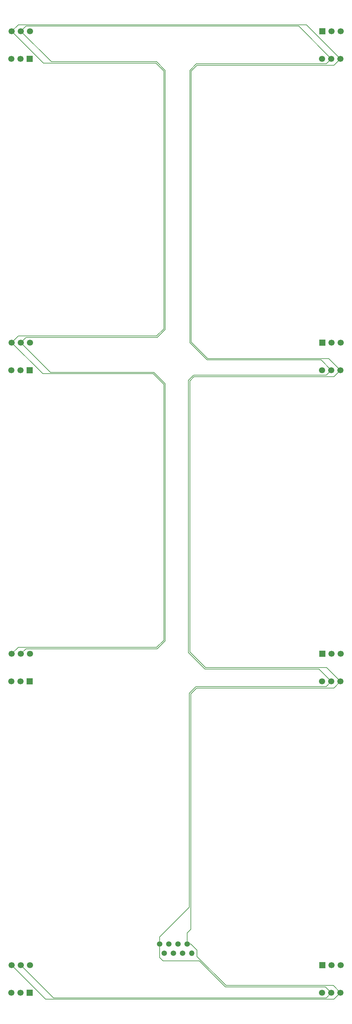
<source format=gbr>
%TF.GenerationSoftware,KiCad,Pcbnew,8.0.0*%
%TF.CreationDate,2024-05-23T14:19:23-05:00*%
%TF.ProjectId,mic_array_circuit,6d69635f-6172-4726-9179-5f6369726375,rev?*%
%TF.SameCoordinates,Original*%
%TF.FileFunction,Copper,L4,Bot*%
%TF.FilePolarity,Positive*%
%FSLAX46Y46*%
G04 Gerber Fmt 4.6, Leading zero omitted, Abs format (unit mm)*
G04 Created by KiCad (PCBNEW 8.0.0) date 2024-05-23 14:19:23*
%MOMM*%
%LPD*%
G01*
G04 APERTURE LIST*
%TA.AperFunction,ComponentPad*%
%ADD10R,1.700000X1.700000*%
%TD*%
%TA.AperFunction,ComponentPad*%
%ADD11C,1.700000*%
%TD*%
%TA.AperFunction,ComponentPad*%
%ADD12O,1.500000X1.500000*%
%TD*%
%TA.AperFunction,ComponentPad*%
%ADD13C,1.500000*%
%TD*%
%TA.AperFunction,Conductor*%
%ADD14C,0.200000*%
%TD*%
G04 APERTURE END LIST*
D10*
%TO.P,REF\u002A\u002A,1*%
%TO.N,gnd*%
X-497500000Y-89800000D03*
D11*
%TO.N,pwr*%
X-497420000Y-82200000D03*
%TO.P,REF\u002A\u002A,2*%
X-500040000Y-89800000D03*
%TO.N,ws*%
X-499960000Y-82200000D03*
%TO.P,REF\u002A\u002A,3*%
%TO.N,d1*%
X-502580000Y-89800000D03*
%TO.N,clk*%
X-502500000Y-82200000D03*
%TD*%
D10*
%TO.P,REF\u002A\u002A,1*%
%TO.N,gnd*%
X-497500000Y-3800000D03*
D11*
X-497420000Y3800000D03*
%TO.P,REF\u002A\u002A,2*%
%TO.N,pwr*%
X-500040000Y-3800000D03*
%TO.N,ws*%
X-499960000Y3800000D03*
%TO.P,REF\u002A\u002A,3*%
%TO.N,d1*%
X-502580000Y-3800000D03*
%TO.N,clk*%
X-502500000Y3800000D03*
%TD*%
D10*
%TO.P,REF\u002A\u002A,1*%
%TO.N,gnd*%
X-497500000Y-261800000D03*
D11*
%TO.N,pwr*%
X-497420000Y-254200000D03*
%TO.P,REF\u002A\u002A,2*%
X-500040000Y-261800000D03*
%TO.N,ws*%
X-499960000Y-254200000D03*
%TO.P,REF\u002A\u002A,3*%
%TO.N,d3*%
X-502580000Y-261800000D03*
%TO.N,clk*%
X-502500000Y-254200000D03*
%TD*%
D10*
%TO.P,REF\u002A\u002A,1*%
%TO.N,gnd*%
X-416500000Y-82200000D03*
D11*
%TO.N,pwr*%
X-416580000Y-89800000D03*
%TO.P,REF\u002A\u002A,2*%
X-413960000Y-82200000D03*
%TO.N,ws*%
X-414040000Y-89800000D03*
%TO.P,REF\u002A\u002A,3*%
%TO.N,d2*%
X-411420000Y-82200000D03*
%TO.N,clk*%
X-411500000Y-89800000D03*
%TD*%
D10*
%TO.P,REF\u002A\u002A,1*%
%TO.N,gnd*%
X-416500000Y-168200000D03*
D11*
X-416580000Y-175800000D03*
%TO.P,REF\u002A\u002A,2*%
%TO.N,pwr*%
X-413960000Y-168200000D03*
%TO.N,ws*%
X-414040000Y-175800000D03*
%TO.P,REF\u002A\u002A,3*%
%TO.N,d4*%
X-411420000Y-168200000D03*
%TO.N,clk*%
X-411500000Y-175800000D03*
%TD*%
D10*
%TO.P,REF\u002A\u002A,1*%
%TO.N,gnd*%
X-416500000Y-254200000D03*
D11*
%TO.N,pwr*%
X-416580000Y-261800000D03*
%TO.P,REF\u002A\u002A,2*%
X-413960000Y-254200000D03*
%TO.N,ws*%
X-414040000Y-261800000D03*
%TO.P,REF\u002A\u002A,3*%
%TO.N,d4*%
X-411420000Y-254200000D03*
%TO.N,clk*%
X-411500000Y-261800000D03*
%TD*%
D10*
%TO.P,REF\u002A\u002A,1*%
%TO.N,gnd*%
X-416500000Y3800000D03*
D11*
X-416580000Y-3800000D03*
%TO.P,REF\u002A\u002A,2*%
%TO.N,pwr*%
X-413960000Y3800000D03*
%TO.N,ws*%
X-414040000Y-3800000D03*
%TO.P,REF\u002A\u002A,3*%
%TO.N,d2*%
X-411420000Y3800000D03*
%TO.N,clk*%
X-411500000Y-3800000D03*
%TD*%
D10*
%TO.P,REF\u002A\u002A,1*%
%TO.N,gnd*%
X-497500000Y-175800000D03*
D11*
X-497420000Y-168200000D03*
%TO.P,REF\u002A\u002A,2*%
%TO.N,pwr*%
X-500040000Y-175800000D03*
%TO.N,ws*%
X-499960000Y-168200000D03*
%TO.P,REF\u002A\u002A,3*%
%TO.N,d3*%
X-502580000Y-175800000D03*
%TO.N,clk*%
X-502500000Y-168200000D03*
%TD*%
D12*
%TO.P,REF\u002A\u002A,1*%
%TO.N,d4*%
X-452670000Y-250850000D03*
D13*
%TO.P,REF\u002A\u002A,2*%
%TO.N,clk*%
X-453940000Y-248310000D03*
%TO.P,REF\u002A\u002A,3*%
%TO.N,gnd*%
X-455210000Y-250850000D03*
%TO.P,REF\u002A\u002A,4*%
%TO.N,d2*%
X-456480000Y-248310000D03*
%TO.P,REF\u002A\u002A,5*%
%TO.N,pwr*%
X-457750000Y-250850000D03*
%TO.P,REF\u002A\u002A,6*%
%TO.N,d1*%
X-459020000Y-248310000D03*
%TO.P,REF\u002A\u002A,7*%
%TO.N,d3*%
X-460290000Y-250850000D03*
%TO.P,REF\u002A\u002A,8*%
%TO.N,ws*%
X-461560000Y-248310000D03*
%TD*%
D14*
%TO.N,ws*%
X-453200000Y-82199999D02*
X-453200000Y-7000000D01*
X-453200000Y-7000000D02*
X-451400000Y-5200000D01*
X-451465685Y-177200000D02*
X-415440000Y-177200000D01*
X-463200001Y-90400000D02*
X-460000000Y-93600000D01*
X-490960000Y-263200000D02*
X-499960000Y-254200000D01*
X-414040000Y-89800000D02*
X-416840000Y-87000000D01*
X-460600000Y-253000000D02*
X-450565685Y-253000000D01*
X-415440000Y-5200000D02*
X-414040000Y-3800000D01*
X-417440000Y-172400000D02*
X-449000000Y-172400000D01*
X-449000000Y-172400000D02*
X-453600000Y-167799999D01*
X-498560000Y-80800000D02*
X-499960000Y-82200000D01*
X-451400000Y-5200000D02*
X-415440000Y-5200000D01*
X-462200000Y-166800000D02*
X-498560000Y-166800000D01*
X-416840000Y-87000000D02*
X-448400000Y-87000000D01*
X-498560000Y5200000D02*
X-499960000Y3800000D01*
X-461560000Y-248310000D02*
X-461560000Y-252040000D01*
X-461560000Y-246360000D02*
X-453350000Y-238150000D01*
X-460000000Y-93600000D02*
X-460000000Y-164600000D01*
X-443365685Y-260200000D02*
X-415640000Y-260200000D01*
X-414040000Y-3800000D02*
X-423040000Y5200000D01*
X-414040000Y-261800000D02*
X-415440000Y-263200000D01*
X-460000000Y-7000000D02*
X-460000000Y-78600000D01*
X-415440000Y-263200000D02*
X-490960000Y-263200000D01*
X-460000000Y-78600000D02*
X-462200000Y-80800000D01*
X-414040000Y-175800000D02*
X-417440000Y-172400000D01*
X-461560000Y-252040000D02*
X-460600000Y-253000000D01*
X-423040000Y5200000D02*
X-498560000Y5200000D01*
X-491560000Y-4600000D02*
X-462400000Y-4600000D01*
X-415440000Y-91200000D02*
X-414040000Y-89800000D01*
X-498560000Y-166800000D02*
X-499960000Y-168200000D01*
X-461560000Y-248310000D02*
X-461560000Y-246360000D01*
X-453600000Y-167799999D02*
X-453600000Y-92600000D01*
X-499960000Y3800000D02*
X-491560000Y-4600000D01*
X-450565685Y-253000000D02*
X-443365685Y-260200000D01*
X-453350000Y-179084314D02*
X-451465685Y-177200000D01*
X-453600000Y-92600000D02*
X-452200000Y-91200000D01*
X-453350000Y-238150000D02*
X-453350000Y-179084314D01*
X-462200000Y-80800000D02*
X-498560000Y-80800000D01*
X-415640000Y-260200000D02*
X-414040000Y-261800000D01*
X-452200000Y-91200000D02*
X-415440000Y-91200000D01*
X-491760000Y-90400000D02*
X-463200001Y-90400000D01*
X-499960000Y-82200000D02*
X-491760000Y-90400000D01*
X-462400000Y-4600000D02*
X-460000000Y-7000000D01*
X-448400000Y-87000000D02*
X-453200000Y-82199999D01*
X-415440000Y-177200000D02*
X-414040000Y-175800000D01*
X-460000000Y-164600000D02*
X-462200000Y-166800000D01*
%TO.N,clk*%
X-462365686Y-166400000D02*
X-500700000Y-166400000D01*
X-413300000Y-263600000D02*
X-493100000Y-263600000D01*
X-463365686Y-90800000D02*
X-460400000Y-93765686D01*
X-493100000Y-263600000D02*
X-502500000Y-254200000D01*
X-448834314Y-172000000D02*
X-453200000Y-167634314D01*
X-460400000Y-164434314D02*
X-462365686Y-166400000D01*
X-414700000Y-86600000D02*
X-411500000Y-89800000D01*
X-453940000Y-248310000D02*
X-453940000Y-245260000D01*
X-453940000Y-248310000D02*
X-452879340Y-248310000D01*
X-411500000Y-175800000D02*
X-415300000Y-172000000D01*
X-452800000Y-82034314D02*
X-448234314Y-86600000D01*
X-420900000Y5600000D02*
X-500700000Y5600000D01*
X-453200000Y-167634314D02*
X-453200000Y-92765686D01*
X-413300000Y-177600000D02*
X-411500000Y-175800000D01*
X-452879340Y-248310000D02*
X-451200000Y-249989340D01*
X-452950000Y-244270000D02*
X-452950000Y-179250000D01*
X-462365686Y-80400000D02*
X-500700000Y-80400000D01*
X-453200000Y-92765686D02*
X-452034314Y-91600000D01*
X-451200000Y-249989340D02*
X-451200000Y-251800000D01*
X-500700000Y-166400000D02*
X-502500000Y-168200000D01*
X-411500000Y-261800000D02*
X-413300000Y-263600000D01*
X-493900000Y-90800000D02*
X-463365686Y-90800000D01*
X-452950000Y-179250000D02*
X-451300000Y-177600000D01*
X-453940000Y-245260000D02*
X-452950000Y-244270000D01*
X-500700000Y-80400000D02*
X-502500000Y-82200000D01*
X-443200000Y-259800000D02*
X-413500000Y-259800000D01*
X-451200000Y-251800000D02*
X-443200000Y-259800000D01*
X-415300000Y-172000000D02*
X-448834314Y-172000000D01*
X-460400000Y-78434314D02*
X-462365686Y-80400000D01*
X-462565686Y-5000000D02*
X-460400000Y-7165686D01*
X-411500000Y-3800000D02*
X-413300000Y-5600000D01*
X-500700000Y5600000D02*
X-502500000Y3800000D01*
X-413500000Y-259800000D02*
X-411500000Y-261800000D01*
X-502500000Y-82200000D02*
X-493900000Y-90800000D01*
X-411500000Y-3800000D02*
X-420900000Y5600000D01*
X-448234314Y-86600000D02*
X-414700000Y-86600000D01*
X-452034314Y-91600000D02*
X-413300000Y-91600000D01*
X-460400000Y-93765686D02*
X-460400000Y-164434314D01*
X-413300000Y-5600000D02*
X-451234314Y-5600000D01*
X-502500000Y3800000D02*
X-493700000Y-5000000D01*
X-451300000Y-177600000D02*
X-413300000Y-177600000D01*
X-460400000Y-7165686D02*
X-460400000Y-78434314D01*
X-452800000Y-7165686D02*
X-452800000Y-82034314D01*
X-493700000Y-5000000D02*
X-462565686Y-5000000D01*
X-451234314Y-5600000D02*
X-452800000Y-7165686D01*
X-413300000Y-91600000D02*
X-411500000Y-89800000D01*
%TD*%
M02*

</source>
